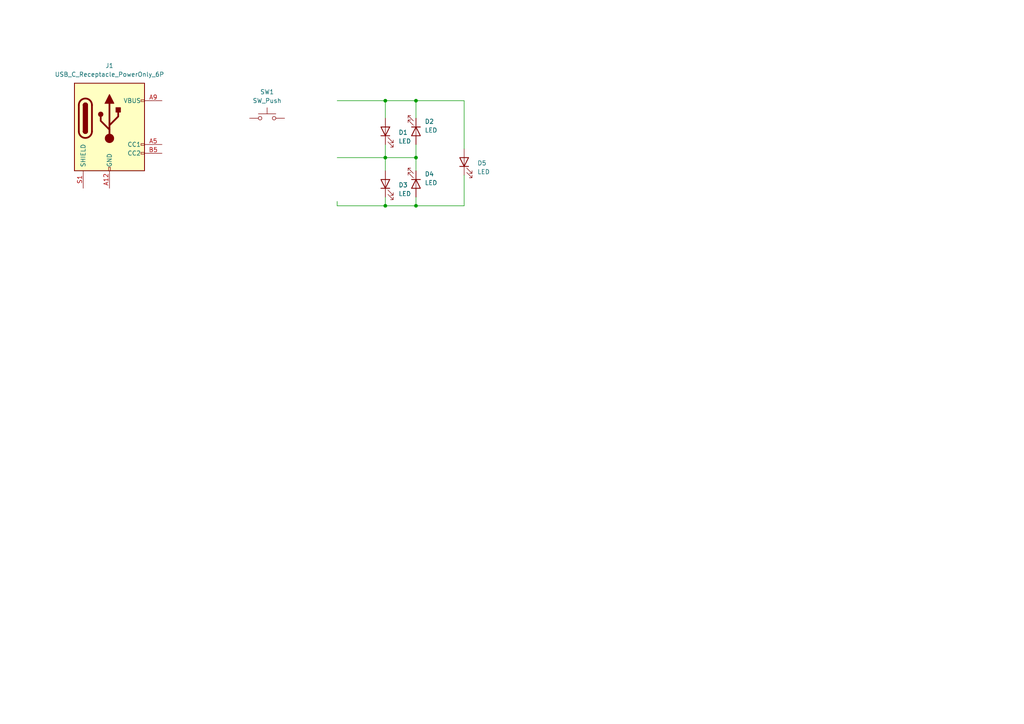
<source format=kicad_sch>
(kicad_sch (version 20231120) (generator "eeschema") (generator_version "8.0")
  (paper "A4")
  (lib_symbols
    (symbol "Connector:USB_C_Receptacle_PowerOnly_6P" (pin_names (offset 1.016))
      (property "Reference" "J" (at 0 16.51 0))
      (property "Value" "USB_C_Receptacle_PowerOnly_6P" (at 0 13.97 0))
      (symbol "USB_C_Receptacle_PowerOnly_6P_0_0"
        (rectangle (start -0.254 -12.7) (end 0.254 -11.684))
        (rectangle (start 10.16 -7.366) (end 9.144 -7.874))
        (rectangle (start 10.16 -4.826) (end 9.144 -5.334))
        (rectangle (start 10.16 7.874) (end 9.144 7.366))
      )
      (symbol "USB_C_Receptacle_PowerOnly_6P_0_1"
        (rectangle (start -10.16 12.7) (end 10.16 -12.7) (stroke (width 0.254)) (fill (type background)))
        (arc (start -8.89 -1.27) (mid -6.985 -3.1667) (end -5.08 -1.27) (stroke (width 0.508)))
        (arc (start -7.62 -1.27) (mid -6.985 -1.9023) (end -6.35 -1.27) (stroke (width 0.254)))
        (arc (start -7.62 -1.27) (mid -6.985 -1.9023) (end -6.35 -1.27) (stroke (width 0.254)) (fill (type outline)))
        (rectangle (start -7.62 -1.27) (end -6.35 6.35) (stroke (width 0.254)) (fill (type outline)))
        (arc (start -6.35 6.35) (mid -6.985 6.9823) (end -7.62 6.35) (stroke (width 0.254)))
        (arc (start -6.35 6.35) (mid -6.985 6.9823) (end -7.62 6.35) (stroke (width 0.254)) (fill (type outline)))
        (arc (start -5.08 6.35) (mid -6.985 8.2467) (end -8.89 6.35) (stroke (width 0.508)))
        (circle (center -2.54 3.683) (radius 0.635) (stroke (width 0.254)) (fill (type outline)))
        (circle (center 0 -3.302) (radius 1.27) (fill (type outline)))
        (polyline (pts (xy -8.89 -1.27) (xy -8.89 6.35)) (stroke (width 0.508)))
        (polyline (pts (xy -5.08 6.35) (xy -5.08 -1.27)) (stroke (width 0.508)))
        (polyline (pts (xy 0 -3.302) (xy 0 6.858)) (stroke (width 0.508)))
        (polyline (pts (xy 0 -0.762) (xy -2.54 1.778) (xy -2.54 3.048)) (stroke (width 0.508)))
        (polyline (pts (xy 0 0.508) (xy 2.54 3.048) (xy 2.54 4.318)) (stroke (width 0.508)))
        (polyline (pts (xy -1.27 6.858) (xy 0 9.398) (xy 1.27 6.858) (xy -1.27 6.858)) (stroke (width 0.254)) (fill (type outline)))
        (rectangle (start 1.905 4.318) (end 3.175 5.588) (stroke (width 0.254)) (fill (type outline)))
      )
      (symbol "USB_C_Receptacle_PowerOnly_6P_1_1"
        (pin passive line (at 0 -17.78 90) (length 5.08) (name "GND") (number "A12"))
        (pin bidirectional line (at 15.24 -5.08 180) (length 5.08) (name "CC1") (number "A5"))
        (pin passive line (at 15.24 7.62 180) (length 5.08) (name "VBUS") (number "A9"))
        (pin passive line (at 0 -17.78 90) (length 5.08) hide (name "GND") (number "B12"))
        (pin bidirectional line (at 15.24 -7.62 180) (length 5.08) (name "CC2") (number "B5"))
        (pin passive line (at 15.24 7.62 180) (length 5.08) hide (name "VBUS") (number "B9"))
        (pin passive line (at -7.62 -17.78 90) (length 5.08) (name "SHIELD") (number "S1"))
      )
    )
    (symbol "Device:LED" (pin_numbers hide) (pin_names (offset 1.016) hide)
      (property "Reference" "D" (at 0 2.54 0))
      (property "Value" "LED" (at 0 -2.54 0))
      (symbol "LED_0_1"
        (polyline (pts (xy -1.27 -1.27) (xy -1.27 1.27)) (stroke (width 0.254)))
        (polyline (pts (xy -1.27 0) (xy 1.27 0)))
        (polyline (pts (xy 1.27 -1.27) (xy 1.27 1.27) (xy -1.27 0) (xy 1.27 -1.27)) (stroke (width 0.254)))
        (polyline (pts (xy -3.048 -0.762) (xy -4.572 -2.286) (xy -3.81 -2.286) (xy -4.572 -2.286) (xy -4.572 -1.524)))
        (polyline (pts (xy -1.778 -0.762) (xy -3.302 -2.286) (xy -2.54 -2.286) (xy -3.302 -2.286) (xy -3.302 -1.524)))
      )
      (symbol "LED_1_1"
        (pin passive line (at -3.81 0 0) (length 2.54) (name "K") (number "1"))
        (pin passive line (at 3.81 0 180) (length 2.54) (name "A") (number "2"))
      )
    )
    (symbol "Switch:SW_Push" (pin_numbers hide) (pin_names (offset 1.016) hide)
      (property "Reference" "SW" (at 1.27 2.54 0))
      (property "Value" "SW_Push" (at 0 -1.524 0))
      (symbol "SW_Push_0_1"
        (circle (center -2.032 0) (radius 0.508))
        (polyline (pts (xy 0 1.27) (xy 0 3.048)))
        (polyline (pts (xy 2.54 1.27) (xy -2.54 1.27)))
        (circle (center 2.032 0) (radius 0.508))
        (pin passive line (at -5.08 0 0) (length 2.54) (name "1") (number "1"))
        (pin passive line (at 5.08 0 180) (length 2.54) (name "2") (number "2"))
      )
    )
  )
  (junction (at 111.76 45.72))
  (junction (at 111.76 29.21))
  (junction (at 111.76 59.69))
  (junction (at 120.65 45.72))
  (junction (at 120.65 29.21))
  (junction (at 120.65 59.69))
  (wire (pts (xy 97.79 58.42) (xy 97.79 59.69)))
  (wire (pts (xy 120.65 57.15) (xy 120.65 59.69)))
  (wire (pts (xy 120.65 29.21) (xy 120.65 34.29)))
  (wire (pts (xy 111.76 59.69) (xy 97.79 59.69)))
  (wire (pts (xy 120.65 59.69) (xy 111.76 59.69)))
  (wire (pts (xy 134.62 50.8) (xy 134.62 59.69)))
  (wire (pts (xy 111.76 29.21) (xy 120.65 29.21)))
  (wire (pts (xy 134.62 29.21) (xy 134.62 43.18)))
  (wire (pts (xy 111.76 34.29) (xy 111.76 29.21)))
  (wire (pts (xy 120.65 45.72) (xy 120.65 49.53)))
  (wire (pts (xy 120.65 41.91) (xy 120.65 45.72)))
  (wire (pts (xy 111.76 45.72) (xy 120.65 45.72)))
  (wire (pts (xy 111.76 59.69) (xy 111.76 57.15)))
  (wire (pts (xy 111.76 45.72) (xy 111.76 49.53)))
  (wire (pts (xy 111.76 41.91) (xy 111.76 45.72)))
  (wire (pts (xy 97.79 45.72) (xy 111.76 45.72)))
  (wire (pts (xy 97.79 29.21) (xy 111.76 29.21)))
  (wire (pts (xy 134.62 59.69) (xy 120.65 59.69)))
  (wire (pts (xy 120.65 29.21) (xy 134.62 29.21)))
  (symbol (lib_id "Device:LED") (at 111.76 38.1 90) (unit 1)
    (property "Reference" "D1" (at 115.57 38.4174 90) (effects (justify right)))
    (property "Value" "LED" (at 115.57 40.9574 90) (effects (justify right)))
    (property "Footprint" "LED_SMD:LED_0805_2012Metric" (effects (hide yes)))
    (property "Description" "Light emitting diode" (effects (hide yes)))
  )
  (symbol (lib_id "Switch:SW_Push") (at 77.47 34.29 0) (unit 1)
    (property "Reference" "SW1" (at 77.47 26.67 0))
    (property "Value" "SW_Push" (at 77.47 29.21 0))
    (property "Footprint" "radtke:TL1017AABF260QG" (effects (hide yes)))
    (property "Description" "Push button switch, generic, two pins" (effects (hide yes)))
  )
  (symbol (lib_id "Device:LED") (at 120.65 38.1 270) (unit 1)
    (property "Reference" "D2" (at 123.19 35.2424 90) (effects (justify left)))
    (property "Value" "LED" (at 123.19 37.7824 90) (effects (justify left)))
    (property "Footprint" "LED_SMD:LED_0805_2012Metric" (effects (hide yes)))
    (property "Description" "Light emitting diode" (effects (hide yes)))
  )
  (symbol (lib_id "Device:LED") (at 120.65 53.34 270) (unit 1)
    (property "Reference" "D4" (at 123.19 50.4824 90) (effects (justify left)))
    (property "Value" "LED" (at 123.19 53.0224 90) (effects (justify left)))
    (property "Footprint" "LED_SMD:LED_0805_2012Metric" (effects (hide yes)))
    (property "Description" "Light emitting diode" (effects (hide yes)))
  )
  (symbol (lib_id "Device:LED") (at 134.62 46.99 90) (unit 1)
    (property "Reference" "D5" (at 138.43 47.3074 90) (effects (justify right)))
    (property "Value" "LED" (at 138.43 49.8474 90) (effects (justify right)))
    (property "Footprint" "LED_SMD:LED_0805_2012Metric" (effects (hide yes)))
    (property "Description" "Light emitting diode" (effects (hide yes)))
  )
  (symbol (lib_id "Connector:USB_C_Receptacle_PowerOnly_6P") (at 31.75 36.83 0) (unit 1)
    (property "Reference" "J1" (at 31.75 19.05 0))
    (property "Value" "USB_C_Receptacle_PowerOnly_6P" (at 31.75 21.59 0))
    (property "Footprint" "radtke:UJC-V-G-SMT-P6-TR" (effects (hide yes)))
    (property "Datasheet" "https://www.usb.org/sites/default/files/documents/usb_type-c.zip" (effects (hide yes)))
    (property "Description" "USB Power-Only 6P Type-C Receptacle connector" (effects (hide yes)))
  )
  (symbol (lib_id "Device:LED") (at 111.76 53.34 90) (unit 1)
    (property "Reference" "D3" (at 115.57 53.6574 90) (effects (justify right)))
    (property "Value" "LED" (at 115.57 56.1974 90) (effects (justify right)))
    (property "Footprint" "LED_SMD:LED_0805_2012Metric" (effects (hide yes)))
    (property "Description" "Light emitting diode" (effects (hide yes)))
  )
)
</source>
